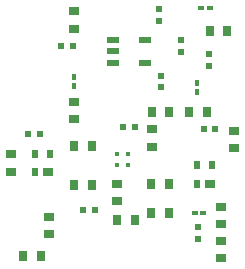
<source format=gtp>
%FSLAX44Y44*%
%MOMM*%
G71*
G01*
G75*
G04 Layer_Color=8421504*
%ADD10R,0.5000X0.6000*%
%ADD11R,0.7000X0.9000*%
%ADD12R,1.0500X0.6000*%
%ADD13R,0.3000X0.5000*%
%ADD14R,0.5000X0.3000*%
%ADD15R,0.9000X0.7000*%
%ADD16R,0.6000X0.5000*%
%ADD17R,0.4500X0.3500*%
%ADD18R,0.6000X0.8000*%
%ADD19R,0.9000X0.8000*%
%ADD20C,0.5000*%
%ADD21C,0.2000*%
%ADD22C,0.3000*%
%ADD23C,0.1500*%
%ADD24C,0.2500*%
G04:AMPARAMS|DCode=25|XSize=1.7mm|YSize=1.7mm|CornerRadius=0.425mm|HoleSize=0mm|Usage=FLASHONLY|Rotation=270.000|XOffset=0mm|YOffset=0mm|HoleType=Round|Shape=RoundedRectangle|*
%AMROUNDEDRECTD25*
21,1,1.7000,0.8500,0,0,270.0*
21,1,0.8500,1.7000,0,0,270.0*
1,1,0.8500,-0.4250,-0.4250*
1,1,0.8500,-0.4250,0.4250*
1,1,0.8500,0.4250,0.4250*
1,1,0.8500,0.4250,-0.4250*
%
%ADD25ROUNDEDRECTD25*%
G04:AMPARAMS|DCode=26|XSize=2.6mm|YSize=2.6mm|CornerRadius=0.65mm|HoleSize=0mm|Usage=FLASHONLY|Rotation=270.000|XOffset=0mm|YOffset=0mm|HoleType=Round|Shape=RoundedRectangle|*
%AMROUNDEDRECTD26*
21,1,2.6000,1.3000,0,0,270.0*
21,1,1.3000,2.6000,0,0,270.0*
1,1,1.3000,-0.6500,-0.6500*
1,1,1.3000,-0.6500,0.6500*
1,1,1.3000,0.6500,0.6500*
1,1,1.3000,0.6500,-0.6500*
%
%ADD26ROUNDEDRECTD26*%
%ADD27C,2.6000*%
%ADD28C,2.5000*%
%ADD29C,0.4000*%
%ADD30C,0.5000*%
%ADD31C,0.1000*%
%ADD32C,0.2540*%
D10*
X361000Y203000D02*
D03*
Y193000D02*
D03*
X319000Y231000D02*
D03*
Y241000D02*
D03*
X337000Y215000D02*
D03*
Y205000D02*
D03*
X320000Y185000D02*
D03*
Y175000D02*
D03*
X351300Y46800D02*
D03*
Y56800D02*
D03*
D11*
X376500Y223000D02*
D03*
X361500D02*
D03*
X247000Y92000D02*
D03*
X262000D02*
D03*
X312000Y93000D02*
D03*
X327000D02*
D03*
X247000Y125500D02*
D03*
X262000D02*
D03*
X218500Y32000D02*
D03*
X203500D02*
D03*
X344000Y154000D02*
D03*
X359000D02*
D03*
X327500Y154000D02*
D03*
X312500D02*
D03*
X312000Y69000D02*
D03*
X327000D02*
D03*
X283500Y63000D02*
D03*
X298500D02*
D03*
D12*
X280000Y196000D02*
D03*
Y205500D02*
D03*
Y215000D02*
D03*
X307000Y196000D02*
D03*
Y215000D02*
D03*
D13*
X247000Y176500D02*
D03*
Y183500D02*
D03*
X351000Y178500D02*
D03*
Y171500D02*
D03*
D14*
X354500Y242000D02*
D03*
X361500D02*
D03*
X356000Y69000D02*
D03*
X349000D02*
D03*
D15*
X247000Y239500D02*
D03*
Y224500D02*
D03*
X246500Y148000D02*
D03*
Y163000D02*
D03*
X225500Y65500D02*
D03*
Y50500D02*
D03*
X193500Y103500D02*
D03*
Y118500D02*
D03*
X283500Y93500D02*
D03*
Y78500D02*
D03*
X371000Y30200D02*
D03*
Y45200D02*
D03*
Y59100D02*
D03*
Y74100D02*
D03*
X312500Y139500D02*
D03*
Y124500D02*
D03*
X382500Y123500D02*
D03*
Y138500D02*
D03*
D16*
X246000Y210000D02*
D03*
X236000D02*
D03*
X217500Y135500D02*
D03*
X207500D02*
D03*
X264500Y71000D02*
D03*
X254500D02*
D03*
X366500Y139500D02*
D03*
X356500D02*
D03*
X298500Y141500D02*
D03*
X288500D02*
D03*
D17*
X283000Y118999D02*
D03*
Y108999D02*
D03*
X292000D02*
D03*
Y118999D02*
D03*
D18*
X213500Y103000D02*
D03*
X226500Y119000D02*
D03*
X213500D02*
D03*
X350500Y93000D02*
D03*
X363500Y109000D02*
D03*
X350500D02*
D03*
D19*
X225000Y103000D02*
D03*
X362000Y93000D02*
D03*
M02*

</source>
